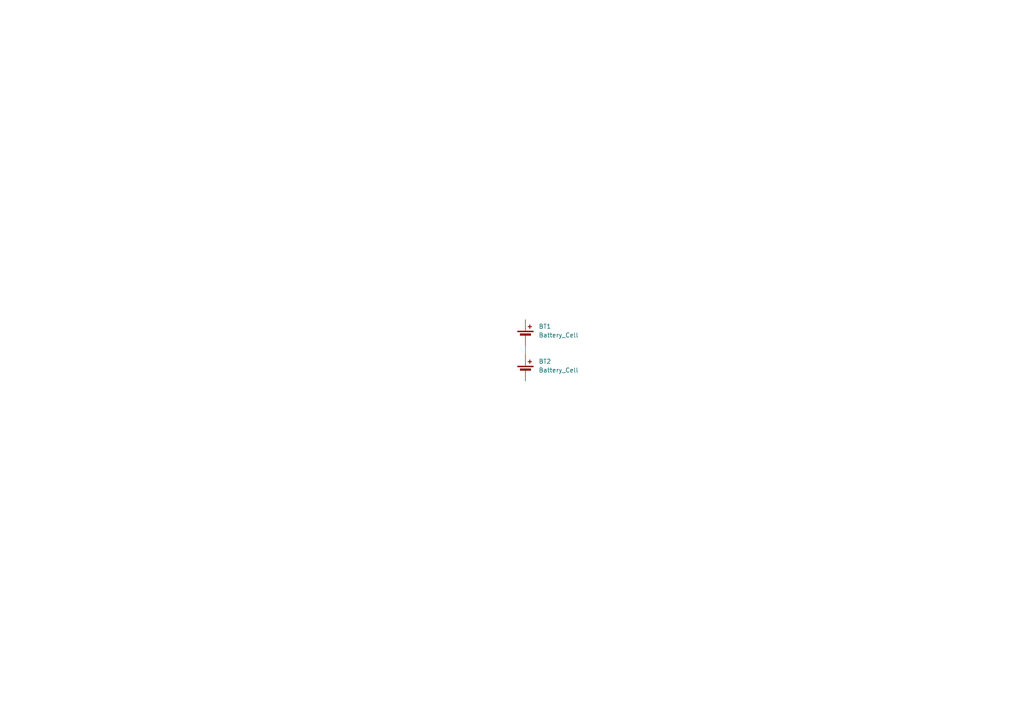
<source format=kicad_sch>
(kicad_sch (version 20231120) (generator "eeschema") (generator_version "8.0")
  (paper "A4")
  (lib_symbols
    (symbol "Device:Battery_Cell" (pin_numbers hide) (pin_names (offset 0) hide)
      (property "Reference" "BT" (at 2.54 2.54 0))
      (property "Value" "Battery_Cell" (at 2.54 0 0))
      (symbol "Battery_Cell_0_1"
        (rectangle (start -2.286 1.778) (end 2.286 1.524) (fill (type outline)))
        (rectangle (start -1.524 1.016) (end 1.524 0.508) (fill (type outline)))
        (polyline (pts (xy 0 0.762) (xy 0 0)))
        (polyline (pts (xy 0 1.778) (xy 0 2.54)))
        (polyline (pts (xy 0.762 3.048) (xy 1.778 3.048)) (stroke (width 0.254)))
        (polyline (pts (xy 1.27 3.556) (xy 1.27 2.54)) (stroke (width 0.254)))
      )
      (symbol "Battery_Cell_1_1"
        (pin passive line (at 0 5.08 270) (length 2.54) (name "+") (number "1"))
        (pin passive line (at 0 -2.54 90) (length 2.54) (name "-") (number "2"))
      )
    )
  )
  (wire (pts (xy 152.4 102.87) (xy 152.4 100.33)))
  (symbol (lib_id "Device:Battery_Cell") (at 152.4 97.79 0) (unit 1)
    (property "Reference" "BT1" (at 156.21 94.6784 0) (effects (justify left)))
    (property "Value" "Battery_Cell" (at 156.21 97.2184 0) (effects (justify left)))
    (property "Description" "Single-cell battery" (effects (hide yes)))
  )
  (symbol (lib_id "Device:Battery_Cell") (at 152.4 107.95 0) (unit 1)
    (property "Reference" "BT2" (at 156.21 104.8384 0) (effects (justify left)))
    (property "Value" "Battery_Cell" (at 156.21 107.3784 0) (effects (justify left)))
    (property "Description" "Single-cell battery" (effects (hide yes)))
  )
)
</source>
